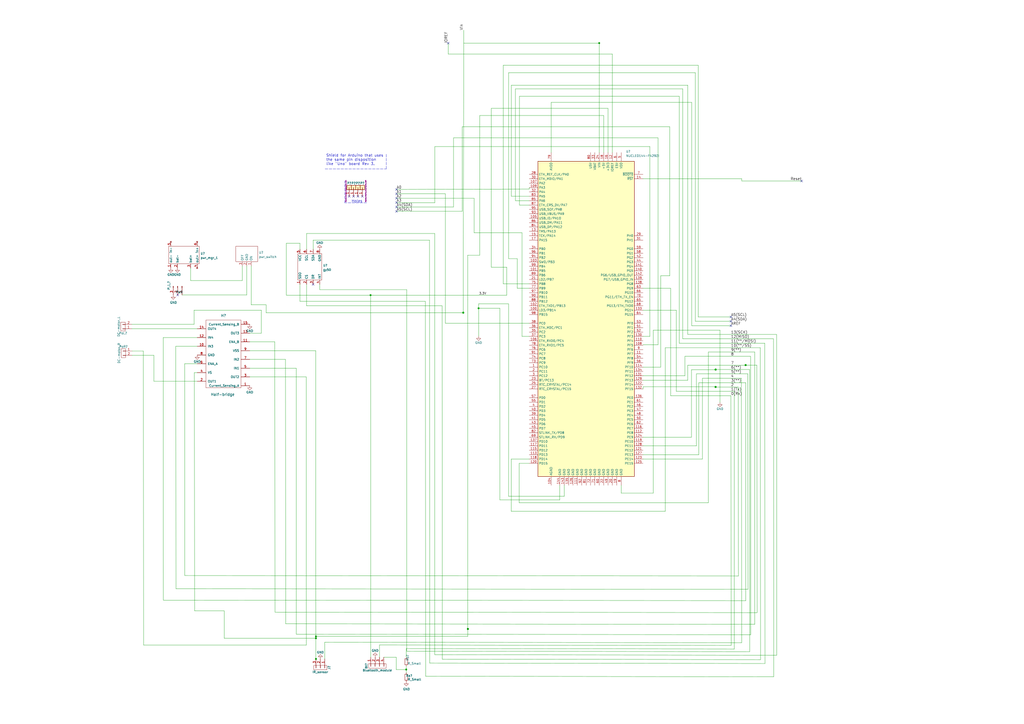
<source format=kicad_sch>
(kicad_sch (version 20211123) (generator eeschema)
  (paper "A2")
  (lib_symbols
    (symbol "Connector:Conn_01x03_Male" (pin_names (offset 1.016) hide)
      (property "Reference" "P_i_3" (at -4.7752 -3.9116 0))
      (property "Value" "PWR" (at 3.4544 3.048 90))
      (symbol "Conn_01x03_Male_1_1"
        (polyline (pts (xy 1.27 -2.54) (xy 0.8636 -2.54)) (stroke (width 0.1524)))
        (polyline (pts (xy 1.27 0) (xy 0.8636 0)) (stroke (width 0.1524)))
        (polyline (pts (xy 1.27 2.54) (xy 0.8636 2.54)) (stroke (width 0.1524)))
        (rectangle (start 0.8636 -2.413) (end 0 -2.667) (stroke (width 0.1524)) (fill (type outline)))
        (rectangle (start 0.8636 0.127) (end 0 -0.127) (stroke (width 0.1524)) (fill (type outline)))
        (rectangle (start 0.8636 2.667) (end 0 2.413) (stroke (width 0.1524)) (fill (type outline)))
        (pin passive line (at 5.08 2.54 180) (length 3.81) (name "Pin_1") (number "1"))
        (pin passive line (at 5.08 0 180) (length 3.81) (name "Pin_2") (number "2"))
        (pin bidirectional line (at 5.08 -2.54 180) (length 3.81) (name "Pin_3") (number "3"))
      )
    )
    (symbol "Connector_Generic:Conn_01x01" (pin_names (offset 1.016) hide)
      (property "Reference" "J" (at 0 2.54 0))
      (property "Value" "Conn_01x01" (at 0 -2.54 0))
      (symbol "Conn_01x01_1_1"
        (rectangle (start -1.27 0.127) (end 0 -0.127) (stroke (width 0.1524)))
        (rectangle (start -1.27 1.27) (end 1.27 -1.27) (stroke (width 0.254)) (fill (type background)))
        (pin passive line (at -5.08 0 0) (length 3.81) (name "Pin_1") (number "1"))
      )
    )
    (symbol "MCU_Module:NUCLEO144-F429ZI"
      (property "Reference" "U" (at -22.86 94.615 0))
      (property "Value" "NUCLEO144-F429ZI" (at -22.86 92.71 0))
      (symbol "NUCLEO144-F429ZI_0_1"
        (rectangle (start -27.94 -91.44) (end 27.94 91.44) (stroke (width 0.254)) (fill (type background)))
      )
      (symbol "NUCLEO144-F429ZI_1_1"
        (pin bidirectional line (at 33.02 -27.94 180) (length 5.08) (name "PC10") (number "1"))
        (pin no_connect line (at -33.02 55.88 0) (length 5.08) hide (name "NC") (number "10"))
        (pin bidirectional line (at 33.02 5.08 180) (length 5.08) (name "LD3/PB14") (number "100"))
        (pin bidirectional line (at 33.02 27.94 180) (length 5.08) (name "PB5") (number "101"))
        (pin bidirectional line (at 33.02 7.62 180) (length 5.08) (name "ETH_TXD1/PB13") (number "102"))
        (pin bidirectional line (at 33.02 33.02 180) (length 5.08) (name "SWO/PB3") (number "103"))
        (pin power_in line (at 20.32 -96.52 90) (length 5.08) (name "AGND") (number "104"))
        (pin bidirectional line (at 33.02 58.42 180) (length 5.08) (name "USB_ID/PA10") (number "105"))
        (pin bidirectional line (at 33.02 -12.7 180) (length 5.08) (name "ETH_RXD0/PC4") (number "106"))
        (pin bidirectional line (at 33.02 78.74 180) (length 5.08) (name "PA2") (number "107"))
        (pin bidirectional line (at -33.02 -15.24 0) (length 5.08) (name "PF5") (number "108"))
        (pin bidirectional line (at 33.02 76.2 180) (length 5.08) (name "PA3") (number "109"))
        (pin bidirectional line (at -33.02 -20.32 0) (length 5.08) (name "PF7") (number "11"))
        (pin bidirectional line (at -33.02 -12.7 0) (length 5.08) (name "PF4") (number "110"))
        (pin power_in line (at 5.08 -96.52 90) (length 5.08) (name "GND") (number "111"))
        (pin bidirectional line (at -33.02 -66.04 0) (length 5.08) (name "PE8") (number "112"))
        (pin bidirectional line (at 33.02 -78.74 180) (length 5.08) (name "PD13") (number "113"))
        (pin bidirectional line (at -33.02 -27.94 0) (length 5.08) (name "PF10") (number "114"))
        (pin bidirectional line (at 33.02 -76.2 180) (length 5.08) (name "PD12") (number "115"))
        (pin bidirectional line (at -33.02 -63.5 0) (length 5.08) (name "PE7") (number "116"))
        (pin bidirectional line (at 33.02 -73.66 180) (length 5.08) (name "PD11") (number "117"))
        (pin bidirectional line (at 33.02 -81.28 180) (length 5.08) (name "PD14") (number "118"))
        (pin bidirectional line (at -33.02 -71.12 0) (length 5.08) (name "PE10") (number "119"))
        (pin power_in line (at -15.24 96.52 270) (length 5.08) (name "IOREF") (number "12"))
        (pin bidirectional line (at 33.02 -83.82 180) (length 5.08) (name "PD15") (number "120"))
        (pin bidirectional line (at -33.02 -76.2 0) (length 5.08) (name "PE12") (number "121"))
        (pin bidirectional line (at -33.02 -38.1 0) (length 5.08) (name "PF14") (number "122"))
        (pin bidirectional line (at -33.02 -81.28 0) (length 5.08) (name "PE14") (number "123"))
        (pin bidirectional line (at -33.02 -68.58 0) (length 5.08) (name "PE9") (number "124"))
        (pin bidirectional line (at -33.02 -83.82 0) (length 5.08) (name "PE15") (number "125"))
        (pin power_in line (at 7.62 -96.52 90) (length 5.08) (name "GND") (number "126"))
        (pin bidirectional line (at -33.02 -78.74 0) (length 5.08) (name "PE13") (number "127"))
        (pin bidirectional line (at -33.02 -73.66 0) (length 5.08) (name "PE11") (number "128"))
        (pin bidirectional line (at -33.02 -35.56 0) (length 5.08) (name "PF13") (number "129"))
        (pin bidirectional line (at 33.02 50.8 180) (length 5.08) (name "TMS/PA13") (number "13"))
        (pin bidirectional line (at -33.02 -10.16 0) (length 5.08) (name "PF3") (number "130"))
        (pin bidirectional line (at -33.02 -33.02 0) (length 5.08) (name "PF12") (number "131"))
        (pin bidirectional line (at -33.02 -40.64 0) (length 5.08) (name "PF15") (number "132"))
        (pin bidirectional line (at -33.02 5.08 0) (length 5.08) (name "PG14") (number "133"))
        (pin bidirectional line (at -33.02 -30.48 0) (length 5.08) (name "PF11") (number "134"))
        (pin power_in line (at 10.16 -96.52 90) (length 5.08) (name "GND") (number "135"))
        (pin bidirectional line (at -33.02 -45.72 0) (length 5.08) (name "PE0") (number "136"))
        (pin bidirectional line (at 33.02 -71.12 180) (length 5.08) (name "PD10") (number "137"))
        (pin bidirectional line (at -33.02 20.32 0) (length 5.08) (name "PG8") (number "138"))
        (pin bidirectional line (at -33.02 22.86 0) (length 5.08) (name "PG7/USB_GPIO_IN") (number "139"))
        (pin input line (at -33.02 81.28 0) (length 5.08) (name "~{RST}") (number "14"))
        (pin bidirectional line (at -33.02 27.94 0) (length 5.08) (name "PG5") (number "140"))
        (pin bidirectional line (at -33.02 30.48 0) (length 5.08) (name "PG4") (number "141"))
        (pin bidirectional line (at -33.02 25.4 0) (length 5.08) (name "PG6/USB_GPIO_OUT") (number "142"))
        (pin power_in line (at 12.7 -96.52 90) (length 5.08) (name "GND") (number "143"))
        (pin power_in line (at 15.24 -96.52 90) (length 5.08) (name "GND") (number "144"))
        (pin bidirectional line (at 33.02 48.26 180) (length 5.08) (name "TCK/PA14") (number "15"))
        (pin power_in line (at -12.7 96.52 270) (length 5.08) (name "+3V3") (number "16"))
        (pin bidirectional line (at 33.02 45.72 180) (length 5.08) (name "PA15") (number "17"))
        (pin power_in line (at -10.16 96.52 270) (length 5.08) (name "+5V") (number "18"))
        (pin power_in line (at -17.78 -96.52 90) (length 5.08) (name "GND") (number "19"))
        (pin bidirectional line (at 33.02 -30.48 180) (length 5.08) (name "PC11") (number "2"))
        (pin power_in line (at -15.24 -96.52 90) (length 5.08) (name "GND") (number "20"))
        (pin bidirectional line (at 33.02 22.86 180) (length 5.08) (name "LD2/PB7") (number "21"))
        (pin power_in line (at -10.16 -96.52 90) (length 5.08) (name "GND") (number "22"))
        (pin bidirectional line (at 33.02 -35.56 180) (length 5.08) (name "BT/PC13") (number "23"))
        (pin power_in line (at -7.62 96.52 270) (length 5.08) (name "VIN") (number "24"))
        (pin bidirectional line (at 33.02 -38.1 180) (length 5.08) (name "RTC_CRYSTAL/PC14") (number "25"))
        (pin no_connect line (at -33.02 58.42 0) (length 5.08) hide (name "NC") (number "26"))
        (pin bidirectional line (at 33.02 -40.64 180) (length 5.08) (name "RTC_CRYSTAL/PC15") (number "27"))
        (pin bidirectional line (at 33.02 83.82 180) (length 5.08) (name "ETH_REF_CLK/PA0") (number "28"))
        (pin bidirectional line (at -33.02 48.26 0) (length 5.08) (name "PH0") (number "29"))
        (pin bidirectional line (at 33.02 -33.02 180) (length 5.08) (name "PC12") (number "3"))
        (pin bidirectional line (at 33.02 81.28 180) (length 5.08) (name "ETH_MDIO/PA1") (number "30"))
        (pin bidirectional line (at -33.02 45.72 0) (length 5.08) (name "PH1") (number "31"))
        (pin bidirectional line (at 33.02 73.66 180) (length 5.08) (name "PA4") (number "32"))
        (pin power_in line (at -5.08 96.52 270) (length 5.08) (name "VBAT") (number "33"))
        (pin bidirectional line (at 33.02 40.64 180) (length 5.08) (name "PB0") (number "34"))
        (pin bidirectional line (at 33.02 -7.62 180) (length 5.08) (name "PC2") (number "35"))
        (pin bidirectional line (at 33.02 -5.08 180) (length 5.08) (name "ETH_MDC/PC1") (number "36"))
        (pin bidirectional line (at 33.02 -10.16 180) (length 5.08) (name "PC3") (number "37"))
        (pin bidirectional line (at 33.02 -2.54 180) (length 5.08) (name "PC0") (number "38"))
        (pin bidirectional line (at 33.02 -55.88 180) (length 5.08) (name "PD4") (number "39"))
        (pin bidirectional line (at 33.02 -50.8 180) (length 5.08) (name "PD2") (number "4"))
        (pin bidirectional line (at 33.02 -53.34 180) (length 5.08) (name "PD3") (number "40"))
        (pin bidirectional line (at 33.02 -58.42 180) (length 5.08) (name "PD5") (number "41"))
        (pin bidirectional line (at -33.02 35.56 0) (length 5.08) (name "PG2") (number "42"))
        (pin bidirectional line (at 33.02 -60.96 180) (length 5.08) (name "PD6") (number "43"))
        (pin bidirectional line (at -33.02 33.02 0) (length 5.08) (name "PG3") (number "44"))
        (pin bidirectional line (at 33.02 -63.5 180) (length 5.08) (name "PD7") (number "45"))
        (pin bidirectional line (at -33.02 -50.8 0) (length 5.08) (name "PE2") (number "46"))
        (pin bidirectional line (at -33.02 -53.34 0) (length 5.08) (name "PE3") (number "47"))
        (pin bidirectional line (at -33.02 -55.88 0) (length 5.08) (name "PE4") (number "48"))
        (pin power_in line (at -12.7 -96.52 90) (length 5.08) (name "GND") (number "49"))
        (pin power_in line (at -20.32 96.52 270) (length 5.08) (name "VDD") (number "5"))
        (pin bidirectional line (at -33.02 -58.42 0) (length 5.08) (name "PE5") (number "50"))
        (pin bidirectional line (at -33.02 -5.08 0) (length 5.08) (name "PF1") (number "51"))
        (pin bidirectional line (at -33.02 -7.62 0) (length 5.08) (name "PF2") (number "52"))
        (pin bidirectional line (at -33.02 -2.54 0) (length 5.08) (name "PF0") (number "53"))
        (pin bidirectional line (at -33.02 -22.86 0) (length 5.08) (name "PF8") (number "54"))
        (pin bidirectional line (at 33.02 -48.26 180) (length 5.08) (name "PD1") (number "55"))
        (pin bidirectional line (at -33.02 -25.4 0) (length 5.08) (name "PF9") (number "56"))
        (pin bidirectional line (at 33.02 -45.72 180) (length 5.08) (name "PD0") (number "57"))
        (pin bidirectional line (at -33.02 38.1 0) (length 5.08) (name "PG1") (number "58"))
        (pin bidirectional line (at -33.02 40.64 0) (length 5.08) (name "PG0") (number "59"))
        (pin power_in line (at -17.78 96.52 270) (length 5.08) (name "E5V") (number "6"))
        (pin power_in line (at -7.62 -96.52 90) (length 5.08) (name "GND") (number "60"))
        (pin bidirectional line (at -33.02 -48.26 0) (length 5.08) (name "PE1") (number "61"))
        (pin bidirectional line (at -33.02 -60.96 0) (length 5.08) (name "PE6") (number "62"))
        (pin bidirectional line (at -33.02 17.78 0) (length 5.08) (name "PG9") (number "63"))
        (pin bidirectional line (at -33.02 2.54 0) (length 5.08) (name "PG15") (number "64"))
        (pin bidirectional line (at -33.02 10.16 0) (length 5.08) (name "PG12") (number "65"))
        (pin bidirectional line (at -33.02 15.24 0) (length 5.08) (name "PG10") (number "66"))
        (pin no_connect line (at -33.02 53.34 0) (length 5.08) hide (name "NC") (number "67"))
        (pin bidirectional line (at -33.02 7.62 0) (length 5.08) (name "PG13/ETH_TXD0") (number "68"))
        (pin bidirectional line (at 33.02 -68.58 180) (length 5.08) (name "STLINK_RX/PD9") (number "69"))
        (pin input line (at -33.02 83.82 0) (length 5.08) (name "~{BOOT0}") (number "7"))
        (pin bidirectional line (at -33.02 12.7 0) (length 5.08) (name "PG11/ETH_TX_EN") (number "70"))
        (pin power_in line (at -5.08 -96.52 90) (length 5.08) (name "GND") (number "71"))
        (pin power_in line (at -2.54 -96.52 90) (length 5.08) (name "GND") (number "72"))
        (pin bidirectional line (at 33.02 -25.4 180) (length 5.08) (name "PC9") (number "73"))
        (pin bidirectional line (at 33.02 -22.86 180) (length 5.08) (name "PC8") (number "74"))
        (pin bidirectional line (at 33.02 20.32 180) (length 5.08) (name "PB8") (number "75"))
        (pin bidirectional line (at 33.02 -17.78 180) (length 5.08) (name "PC6") (number "76"))
        (pin bidirectional line (at 33.02 17.78 180) (length 5.08) (name "PB9") (number "77"))
        (pin bidirectional line (at 33.02 -15.24 180) (length 5.08) (name "ETH_RXD1/PC5") (number "78"))
        (pin power_in line (at 20.32 96.52 270) (length 5.08) (name "AVDD") (number "79"))
        (pin power_in line (at -20.32 -96.52 90) (length 5.08) (name "GND") (number "8"))
        (pin power_in line (at -2.54 96.52 270) (length 5.08) (name "U5V") (number "80"))
        (pin power_in line (at 0 -96.52 90) (length 5.08) (name "GND") (number "81"))
        (pin bidirectional line (at 33.02 -66.04 180) (length 5.08) (name "STLINK_TX/PD8") (number "82"))
        (pin bidirectional line (at 33.02 71.12 180) (length 5.08) (name "PA5") (number "83"))
        (pin bidirectional line (at 33.02 53.34 180) (length 5.08) (name "USB_DP/PA12") (number "84"))
        (pin bidirectional line (at 33.02 68.58 180) (length 5.08) (name "PA6") (number "85"))
        (pin bidirectional line (at 33.02 55.88 180) (length 5.08) (name "USB_DM/PA11") (number "86"))
        (pin bidirectional line (at 33.02 66.04 180) (length 5.08) (name "ETH_CRS_DV/PA7") (number "87"))
        (pin bidirectional line (at 33.02 10.16 180) (length 5.08) (name "PB12") (number "88"))
        (pin bidirectional line (at 33.02 25.4 180) (length 5.08) (name "PB6") (number "89"))
        (pin bidirectional line (at -33.02 -17.78 0) (length 5.08) (name "PF6") (number "9"))
        (pin bidirectional line (at 33.02 12.7 180) (length 5.08) (name "PB11") (number "90"))
        (pin bidirectional line (at 33.02 -20.32 180) (length 5.08) (name "PC7") (number "91"))
        (pin power_in line (at 2.54 -96.52 90) (length 5.08) (name "GND") (number "92"))
        (pin bidirectional line (at 33.02 60.96 180) (length 5.08) (name "USB_VBUS/PA9") (number "93"))
        (pin bidirectional line (at 33.02 35.56 180) (length 5.08) (name "PB2") (number "94"))
        (pin bidirectional line (at 33.02 63.5 180) (length 5.08) (name "USB_SOF/PA8") (number "95"))
        (pin bidirectional line (at 33.02 38.1 180) (length 5.08) (name "PB1") (number "96"))
        (pin bidirectional line (at 33.02 15.24 180) (length 5.08) (name "PB10") (number "97"))
        (pin bidirectional line (at 33.02 2.54 180) (length 5.08) (name "PB15") (number "98"))
        (pin bidirectional line (at 33.02 30.48 180) (length 5.08) (name "PB4") (number "99"))
      )
    )
    (symbol "ardu_auto2_0-rescue:CONN_01X02-Arduino_shield-rescue" (pin_names (offset 1.016) hide)
      (property "Reference" "J" (at 0 3.81 0))
      (property "Value" "CONN_01X02-Arduino_shield-rescue" (at 2.54 0 90))
      (symbol "CONN_01X02-Arduino_shield-rescue_0_1"
        (rectangle (start -1.27 -1.143) (end 0.254 -1.397))
        (rectangle (start -1.27 1.397) (end 0.254 1.143))
        (rectangle (start -1.27 2.54) (end 1.27 -2.54))
      )
      (symbol "CONN_01X02-Arduino_shield-rescue_1_1"
        (pin passive line (at -5.08 1.27 0) (length 3.81) (name "P1") (number "1"))
        (pin passive line (at -5.08 -1.27 0) (length 3.81) (name "P2") (number "2"))
      )
    )
    (symbol "ardu_auto2_0-rescue:CONN_01X03-Arduino_shield-rescue" (pin_names (offset 1.016) hide)
      (property "Reference" "J" (at 0 5.08 0))
      (property "Value" "CONN_01X03-Arduino_shield-rescue" (at 2.54 0 90))
      (symbol "CONN_01X03-Arduino_shield-rescue_0_1"
        (rectangle (start -1.27 -2.413) (end 0.254 -2.667))
        (rectangle (start -1.27 0.127) (end 0.254 -0.127))
        (rectangle (start -1.27 2.667) (end 0.254 2.413))
        (rectangle (start -1.27 3.81) (end 1.27 -3.81))
      )
      (symbol "CONN_01X03-Arduino_shield-rescue_1_1"
        (pin passive line (at -5.08 2.54 0) (length 3.81) (name "P1") (number "1"))
        (pin passive line (at -5.08 0 0) (length 3.81) (name "P2") (number "2"))
        (pin passive line (at -5.08 -2.54 0) (length 3.81) (name "P3") (number "3"))
      )
    )
    (symbol "ardu_auto2_0-rescue:CONN_01X04-Arduino_shield-rescue" (pin_names (offset 1.016) hide)
      (property "Reference" "J" (at 0 6.35 0))
      (property "Value" "CONN_01X04-Arduino_shield-rescue" (at 2.54 0 90))
      (symbol "CONN_01X04-Arduino_shield-rescue_0_1"
        (rectangle (start -1.27 -3.683) (end 0.254 -3.937))
        (rectangle (start -1.27 -1.143) (end 0.254 -1.397))
        (rectangle (start -1.27 1.397) (end 0.254 1.143))
        (rectangle (start -1.27 3.937) (end 0.254 3.683))
        (rectangle (start -1.27 5.08) (end 1.27 -5.08))
      )
      (symbol "CONN_01X04-Arduino_shield-rescue_1_1"
        (pin passive line (at -5.08 3.81 0) (length 3.81) (name "P1") (number "1"))
        (pin passive line (at -5.08 1.27 0) (length 3.81) (name "P2") (number "2"))
        (pin passive line (at -5.08 -1.27 0) (length 3.81) (name "P3") (number "3"))
        (pin passive line (at -5.08 -3.81 0) (length 3.81) (name "P4") (number "4"))
      )
    )
    (symbol "ardu_auto2_0-rescue:GND-Arduino_shield-rescue" (power) (pin_names (offset 0))
      (property "Value" "GND-Arduino_shield-rescue" (at 0 -3.81 0))
      (symbol "GND-Arduino_shield-rescue_0_1"
        (polyline (pts (xy 0 0) (xy 0 -1.27) (xy 1.27 -1.27) (xy 0 -2.54) (xy -1.27 -1.27) (xy 0 -1.27)))
      )
      (symbol "GND-Arduino_shield-rescue_1_1"
        (pin power_in line (at 0 0 270) (length 0) hide (name "GND") (number "1"))
      )
    )
    (symbol "ardu_auto2_0-rescue:Half-bridge-Arduino_shield-rescue" (pin_names (offset 1.016))
      (property "Reference" "U" (at -15.24 40.64 0))
      (property "Value" "Half-bridge-Arduino_shield-rescue" (at -13.97 -5.08 0))
      (symbol "Half-bridge-Arduino_shield-rescue_0_1"
        (rectangle (start -25.4 38.1) (end -5.08 -1.27))
      )
      (symbol "Half-bridge-Arduino_shield-rescue_1_1"
        (pin input line (at 0 0 180) (length 5.08) (name "Current_Sensing_A") (number "1"))
        (pin input line (at -30.48 22.86 0) (length 5.08) (name "IN3") (number "10"))
        (pin input line (at 0 25.4 180) (length 5.08) (name "ENA_B") (number "11"))
        (pin input line (at -30.48 27.94 0) (length 5.08) (name "IN4") (number "12"))
        (pin input line (at 0 30.48 180) (length 5.08) (name "OUT3") (number "13"))
        (pin input line (at -30.48 33.02 0) (length 5.08) (name "OUT4") (number "14"))
        (pin input line (at 0 35.56 180) (length 5.08) (name "Current_Sensing_B") (number "15"))
        (pin input line (at -30.48 2.54 0) (length 5.08) (name "OUT1") (number "2"))
        (pin input line (at 0 5.08 180) (length 5.08) (name "OUT2") (number "3"))
        (pin input line (at -30.48 7.62 0) (length 5.08) (name "VS") (number "4"))
        (pin input line (at 0 10.16 180) (length 5.08) (name "IN1") (number "5"))
        (pin input line (at -30.48 12.7 0) (length 5.08) (name "ENA_A") (number "6"))
        (pin input line (at 0 15.24 180) (length 5.08) (name "IN2") (number "7"))
        (pin input line (at -30.48 17.78 0) (length 5.08) (name "GND") (number "8"))
        (pin input line (at 0 20.32 180) (length 5.08) (name "VSS") (number "9"))
      )
    )
    (symbol "ardu_auto2_0-rescue:R_Small-Arduino_shield-rescue" (pin_numbers hide) (pin_names (offset 0.254) hide)
      (property "Reference" "R" (at 0.762 0.508 0))
      (property "Value" "R_Small-Arduino_shield-rescue" (at 0.762 -1.016 0))
      (symbol "R_Small-Arduino_shield-rescue_0_1"
        (rectangle (start -0.762 1.778) (end 0.762 -1.778) (stroke (width 0.2032)))
      )
      (symbol "R_Small-Arduino_shield-rescue_1_1"
        (pin passive line (at 0 2.54 270) (length 0.762) (name "~") (number "1"))
        (pin passive line (at 0 -2.54 90) (length 0.762) (name "~") (number "2"))
      )
    )
    (symbol "power:GND" (power) (pin_names (offset 0))
      (property "Value" "GND" (at 0 -3.81 0))
      (symbol "GND_0_1"
        (polyline (pts (xy 0 0) (xy 0 -1.27) (xy 1.27 -1.27) (xy 0 -2.54) (xy -1.27 -1.27) (xy 0 -1.27)))
      )
      (symbol "GND_1_1"
        (pin power_in line (at 0 0 270) (length 0) hide (name "GND") (number "1"))
      )
    )
    (symbol "pwr_mgr:gy50"
      (property "Reference" "U3" (at 13.335 10.9947 0))
      (property "Value" "gy50" (at 13.335 8.4578 0))
      (symbol "gy50_0_1"
        (rectangle (start -1.27 17.78) (end 12.7 2.54))
      )
      (symbol "gy50_1_1"
        (pin output line (at 0 0 90) (length 2.54) (name "SDO") (number "1"))
        (pin output line (at 3.81 0 90) (length 2.54) (name "CS") (number "2"))
        (pin output line (at 7.62 0 90) (length 2.54) (name "DR") (number "3"))
        (pin output line (at 11.43 0 90) (length 2.54) (name "INT") (number "4"))
        (pin input line (at 0 20.32 270) (length 2.54) (name "VCC") (number "5"))
        (pin input line (at 3.81 20.32 270) (length 2.54) (name "SCL") (number "6"))
        (pin bidirectional line (at 7.62 20.32 270) (length 2.54) (name "SDA") (number "7"))
        (pin bidirectional line (at 11.43 20.32 270) (length 2.54) (name "GND") (number "8"))
      )
    )
    (symbol "pwr_mgr:pwr_mgr_1"
      (property "Reference" "U1" (at 17.145 8.4547 0))
      (property "Value" "pwr_mgr_1" (at 17.145 5.9178 0))
      (symbol "pwr_mgr_1_0_1"
        (rectangle (start -1.27 12.7) (end 16.51 2.54))
      )
      (symbol "pwr_mgr_1_1_1"
        (pin bidirectional line (at 0 0 90) (length 2.54) (name "out-") (number "1"))
        (pin power_out line (at 3.81 0 90) (length 2.54) (name "bat-") (number "2"))
        (pin output line (at 11.43 0 90) (length 2.54) (name "bat+") (number "3"))
        (pin no_connect line (at 15.24 0 90) (length 2.54) (name "out+") (number "4"))
        (pin no_connect line (at 0 15.24 270) (length 2.54) (name "in-") (number "5"))
        (pin no_connect line (at 15.24 15.24 270) (length 2.54) (name "in+") (number "6"))
      )
    )
    (symbol "pwr_mgr:pwr_switch"
      (property "Reference" "U" (at 0 -10.16 0))
      (property "Value" "pwr_switch" (at 0 -7.62 0))
      (symbol "pwr_switch_0_1"
        (rectangle (start -6.35 -2.54) (end 6.35 -11.43))
      )
      (symbol "pwr_switch_1_1"
        (pin input line (at -2.54 0 270) (length 2.54) (name "ON") (number "1"))
        (pin input line (at 0 0 270) (length 2.54) (name "GND") (number "2"))
        (pin input line (at 2.54 0 270) (length 2.54) (name "OFF") (number "3"))
      )
    )
  )
  (junction (at 271.3692 364.832))
  (junction (at 415.115 214.425))
  (junction (at 235.6568 388.3778))
  (junction (at 432.5394 211.7796))
  (junction (at 183.2566 369.15))
  (junction (at 183.282 382.2056))
  (junction (at 183.2566 370.2422))
  (junction (at 415.115 224.505))
  (junction (at 415.115 224.425))
  (junction (at 268.7276 181.4186))
  (junction (at 432.5394 211.805))
  (junction (at 415.115 214.345))
  (junction (at 271.42 364.832))
  (junction (at 347.6 25))
  (junction (at 268.7276 181.3678))
  (junction (at 214.9558 171.2078))
  (junction (at 277.6176 178.8278))
  (no_connect (at 230 120.08))
  (no_connect (at 202.54 113.89))
  (no_connect (at 230 112.46))
  (no_connect (at 230 115))
  (no_connect (at 230 122.62))
  (no_connect (at 260 25))
  (no_connect (at 181.631 164.9594))
  (no_connect (at 230 117.54))
  (no_connect (at 210.16 113.89))
  (no_connect (at 424.005 183.865))
  (no_connect (at 424.005 188.945))
  (no_connect (at 424.005 186.405))
  (no_connect (at 207.62 113.89))
  (no_connect (at 103.0434 171.1062))
  (no_connect (at 205.08 113.89))
  (no_connect (at 230 109.92))
  (no_connect (at 465 105))
  (wire (pts (xy 252.2684 379.7926) (xy 252.1668 135.4446)))
  (wire (pts (xy 373.02 103.72) (xy 430.3425 103.72)))
  (wire (pts (xy 443.7662 384.8958) (xy 249.2458 384.6186)))
  (wire (pts (xy 433.8094 216.885) (xy 433.911 341.8428)))
  (wire (pts (xy 258.3903 112.46) (xy 258.3903 187.54)))
  (polyline (pts (xy 212.7 117.7) (xy 200 117.7)))
  (wire (pts (xy 397.3297 206.725) (xy 435.3842 206.725)))
  (wire (pts (xy 107.082 211.035) (xy 114.3972 211.035)))
  (wire (pts (xy 188.362 372.5536) (xy 430.2026 372.8308)))
  (wire (pts (xy 295 287.9329) (xy 295 176.2878)))
  (wire (pts (xy 181.631 139.28) (xy 181.631 144.6394)))
  (wire (pts (xy 299.005 116.42) (xy 306.98 116.42)))
  (wire (pts (xy 410.9468 204.185) (xy 410.9468 291.5918)))
  (wire (pts (xy 107.082 211.035) (xy 107.1836 333.844)))
  (wire (pts (xy 151.6336 179.8946) (xy 112.5684 179.8946)))
  (wire (pts (xy 403.3904 42.1496) (xy 295 42.1496)))
  (wire (pts (xy 295 42.1496) (xy 295 150)))
  (wire (pts (xy 76.6528 203.6182) (xy 83.1806 203.6182)))
  (wire (pts (xy 174.011 174.84) (xy 174.011 164.9594)))
  (wire (pts (xy 144.8772 203.415) (xy 183.155 203.415)))
  (wire (pts (xy 407.4877 219.425) (xy 407.4877 266.28)))
  (wire (pts (xy 397.3297 206.725) (xy 397.3297 218.02)))
  (wire (pts (xy 435.4858 368.1572) (xy 171.9028 367.88)))
  (wire (pts (xy 177.821 135.4446) (xy 177.821 144.6394)))
  (wire (pts (xy 154.3514 176.8212) (xy 154.3514 181.4186)))
  (wire (pts (xy 183.2566 370.2422) (xy 183.2566 382.2056)))
  (wire (pts (xy 107.1836 333.844) (xy 428.3738 334.1212)))
  (wire (pts (xy 130.0436 354.3672) (xy 130.0436 370.2422)))
  (wire (pts (xy 385.9676 296.6273) (xy 296.5652 296.6273)))
  (wire (pts (xy 249.2458 384.6186) (xy 249.1442 139.28)))
  (wire (pts (xy 277.6176 178.8278) (xy 290 178.8278)))
  (wire (pts (xy 389.005 229.585) (xy 424.005 229.585)))
  (wire (pts (xy 396.0889 51.5823) (xy 299.005 51.5823)))
  (wire (pts (xy 430.2026 372.8308) (xy 430.101 219.425)))
  (wire (pts (xy 277.6176 176.2878) (xy 295 176.2878)))
  (wire (pts (xy 230 117.54) (xy 252.282 117.54)))
  (wire (pts (xy 151.6336 193.255) (xy 151.6336 179.8946)))
  (wire (pts (xy 430.3425 103.72) (xy 430.3425 105)))
  (wire (pts (xy 405.4132 221.965) (xy 405.4132 263.74)))
  (wire (pts (xy 415.115 214.425) (xy 401.121 214.425)))
  (wire (pts (xy 235.6568 386.422) (xy 235.6568 388.3778)))
  (wire (pts (xy 185.822 382.2056) (xy 185.8474 382.2056)))
  (wire (pts (xy 448.7954 392.5666) (xy 246.8836 392.2894)))
  (wire (pts (xy 383.2433 212.94) (xy 383.2433 160)))
  (wire (pts (xy 373.02 224.425) (xy 373.02 225.64)))
  (wire (pts (xy 410.9468 291.5918) (xy 301.1152 291.5918)))
  (wire (pts (xy 112.8732 354.3672) (xy 130.0436 354.3672)))
  (wire (pts (xy 183.2566 369.15) (xy 183.2566 370.2422)))
  (wire (pts (xy 403.3904 186.405) (xy 424.005 186.405)))
  (wire (pts (xy 291.9313 37.8739) (xy 291.9313 164.68)))
  (wire (pts (xy 432.5648 221.965) (xy 432.6664 348.396)))
  (wire (pts (xy 401.121 253.58) (xy 373.02 253.58)))
  (wire (pts (xy 268.7276 181.3678) (xy 268.7276 181.4186)))
  (wire (pts (xy 437.7718 204.185) (xy 437.8734 362.1628)))
  (wire (pts (xy 399.005 220.56) (xy 373.02 220.56)))
  (wire (pts (xy 275 135) (xy 302.8123 135)))
  (wire (pts (xy 145.69 154.2914) (xy 145.69 176.8212)))
  (wire (pts (xy 425.9862 376.4884) (xy 235.6568 376.2112)))
  (wire (pts (xy 405.4132 221.965) (xy 432.5648 221.965)))
  (wire (pts (xy 347.62 88.48) (xy 347.62 25)))
  (wire (pts (xy 389.005 167.22) (xy 373.02 167.22)))
  (wire (pts (xy 405 37.8739) (xy 291.9313 37.8739)))
  (wire (pts (xy 392.3595 227.045) (xy 392.3595 179.92)))
  (wire (pts (xy 425.8846 227.045) (xy 425.9862 376.4884)))
  (wire (pts (xy 76.475 188.175) (xy 112.5684 188.175)))
  (wire (pts (xy 302.8123 135) (xy 302.8123 195.16)))
  (wire (pts (xy 301.34 55.8502) (xy 301.34 118.96)))
  (wire (pts (xy 432.5394 211.805) (xy 432.5394 211.7796)))
  (wire (pts (xy 404.005 216.885) (xy 404.005 258.66)))
  (wire (pts (xy 290 290) (xy 324.76 290)))
  (wire (pts (xy 389.005 229.585) (xy 389.005 167.22)))
  (wire (pts (xy 465 105) (xy 430.3425 105)))
  (wire (pts (xy 294.005 155) (xy 294.005 171.2078)))
  (wire (pts (xy 360.32 286.0084) (xy 360.32 281.52)))
  (wire (pts (xy 294.005 155) (xy 285 155)))
  (wire (pts (xy 373.02 149.425) (xy 373.02 149.44)))
  (wire (pts (xy 291.9313 164.68) (xy 306.98 164.68)))
  (wire (pts (xy 441.0738 201.645) (xy 441.1754 382.6352)))
  (wire (pts (xy 296.5652 266.28) (xy 306.98 266.28)))
  (wire (pts (xy 246.782 174.84) (xy 174.011 174.84)))
  (wire (pts (xy 159.4314 198.335) (xy 144.8772 198.335)))
  (wire (pts (xy 373.02 195.16) (xy 377.0065 195.16)))
  (wire (pts (xy 112.5684 179.8946) (xy 112.5684 188.175)))
  (wire (pts (xy 350.16 66.9955) (xy 350.16 88.48)))
  (wire (pts (xy 230 112.46) (xy 258.3903 112.46)))
  (wire (pts (xy 373.02 212.94) (xy 383.2433 212.94)))
  (wire (pts (xy 301.34 118.96) (xy 306.98 118.96)))
  (wire (pts (xy 327.3 281.52) (xy 327.3 287.9329)))
  (wire (pts (xy 399.005 194.025) (xy 450.4718 194.025)))
  (wire (pts (xy 185.441 167.982) (xy 185.441 164.9594)))
  (wire (pts (xy 392.3595 227.045) (xy 425.8846 227.045)))
  (wire (pts (xy 307.0562 210.3746) (xy 307.0562 210.4254)))
  (wire (pts (xy 435.3842 206.725) (xy 435.4858 368.1572)))
  (wire (pts (xy 415.115 224.425) (xy 373.02 224.425)))
  (wire (pts (xy 183.2566 370.2422) (xy 130.0436 370.2422)))
  (wire (pts (xy 379.005 191.485) (xy 417.655 191.485)))
  (wire (pts (xy 214.9558 171.2078) (xy 215.0574 381.215)))
  (wire (pts (xy 379.005 191.485) (xy 379.005 286.0084)))
  (wire (pts (xy 277.6176 178.8278) (xy 277.6238 195)))
  (wire (pts (xy 415.115 214.345) (xy 434.8 214.345)))
  (wire (pts (xy 301.1152 291.5918) (xy 301.1152 268.82)))
  (wire (pts (xy 102.002 200.875) (xy 114.3972 200.875)))
  (wire (pts (xy 448.6938 196.565) (xy 448.7954 392.5666)))
  (wire (pts (xy 399.005 194.025) (xy 399.005 49.425)))
  (wire (pts (xy 381.7083 200) (xy 381.7083 80)))
  (wire (pts (xy 300 167.22) (xy 306.98 167.22)))
  (wire (pts (xy 220.1374 381.215) (xy 220.1374 374.1284)))
  (wire (pts (xy 145.69 176.8212) (xy 154.3514 176.8212)))
  (wire (pts (xy 278.3099 66.9955) (xy 350.16 66.9955)))
  (wire (pts (xy 417.655 191.485) (xy 417.655 233.395)))
  (polyline (pts (xy 224.13 98.015) (xy 224.13 89.125)))
  (wire (pts (xy 183.2566 382.2056) (xy 183.282 382.2056)))
  (wire (pts (xy 306.98 109.6464) (xy 306.98 108.8)))
  (wire (pts (xy 102.1036 341.5656) (xy 102.002 200.875)))
  (wire (pts (xy 165.7052 361.8856) (xy 165.6036 208.495)))
  (wire (pts (xy 302.8123 195.16) (xy 306.98 195.16)))
  (wire (pts (xy 165.7052 361.8856) (xy 437.8734 362.1628)))
  (wire (pts (xy 114.3972 221.195) (xy 89.302 221.195)))
  (polyline (pts (xy 188.57 98.015) (xy 224.13 98.015)))
  (wire (pts (xy 89.302 221.195) (xy 89.302 206.1582)))
  (wire (pts (xy 373.02 200) (xy 381.7083 200)))
  (wire (pts (xy 392.3595 179.92) (xy 373.02 179.92)))
  (wire (pts (xy 112.7716 216.115) (xy 114.3972 216.115)))
  (wire (pts (xy 410.9468 204.185) (xy 437.7718 204.185)))
  (wire (pts (xy 439.0672 211.7796) (xy 439.1688 355.3556)))
  (wire (pts (xy 230 122.62) (xy 268.0685 122.62)))
  (wire (pts (xy 377.0065 195.16) (xy 377.0065 85)))
  (wire (pts (xy 94.7884 348.1188) (xy 94.6868 195.795)))
  (wire (pts (xy 112.7716 216.115) (xy 112.8732 354.3672)))
  (wire (pts (xy 252.282 85) (xy 252.282 117.54)))
  (wire (pts (xy 355.24 31.35) (xy 355.24 88.48)))
  (wire (pts (xy 450.5734 380.0698) (xy 252.2684 379.7926)))
  (wire (pts (xy 249.1442 139.28) (xy 181.631 139.28)))
  (wire (pts (xy 450.4718 194.025) (xy 450.5734 380.0698)))
  (wire (pts (xy 401.2687 188.945) (xy 401.2687 59.425)))
  (wire (pts (xy 394.005 199.105) (xy 443.6646 199.105)))
  (wire (pts (xy 434.9016 378.0124) (xy 236.0124 377.7352)))
  (wire (pts (xy 319.68 59.425) (xy 319.68 88.48)))
  (wire (pts (xy 443.6646 199.105) (xy 443.7662 384.8958)))
  (wire (pts (xy 383.2433 160) (xy 388.5514 160)))
  (wire (pts (xy 214.9558 171.2078) (xy 294.005 171.2078)))
  (wire (pts (xy 144.8772 218.655) (xy 177.6432 218.655)))
  (wire (pts (xy 76.6528 206.1582) (xy 89.302 206.1582)))
  (wire (pts (xy 396.0889 196.565) (xy 396.0889 51.5823)))
  (wire (pts (xy 271.2676 148.0087) (xy 278.3099 148.0087)))
  (wire (pts (xy 222.6774 381.215) (xy 229.7894 381.215)))
  (wire (pts (xy 296.6518 49.425) (xy 296.6518 113.88)))
  (wire (pts (xy 188.362 372.5536) (xy 188.362 382.2056)))
  (wire (pts (xy 230 109.92) (xy 306.98 109.6464)))
  (wire (pts (xy 396.0889 196.565) (xy 448.6938 196.565)))
  (wire (pts (xy 144.8772 193.255) (xy 151.6336 193.255)))
  (wire (pts (xy 385.9676 201.645) (xy 441.0738 201.645)))
  (wire (pts (xy 177.6432 218.655) (xy 177.7448 374.1792)))
  (wire (pts (xy 235.6568 388.3778) (xy 235.6568 390.3082)))
  (wire (pts (xy 300 150) (xy 300 167.22)))
  (wire (pts (xy 379.005 286.0084) (xy 360.32 286.0084)))
  (wire (pts (xy 263.0764 80) (xy 263.0764 120.08)))
  (wire (pts (xy 352.7 62.8896) (xy 352.7 88.48)))
  (wire (pts (xy 388.5514 160) (xy 388.5514 73.5865)))
  (wire (pts (xy 76.475 190.715) (xy 114.3972 190.715)))
  (wire (pts (xy 230 115) (xy 275 115)))
  (wire (pts (xy 399.005 49.425) (xy 296.6518 49.425)))
  (wire (pts (xy 407.4877 266.28) (xy 373.02 266.28)))
  (wire (pts (xy 171.8012 213.575) (xy 144.8772 213.575)))
  (wire (pts (xy 407.4877 219.425) (xy 430.101 219.425)))
  (wire (pts (xy 236.0124 377.7352) (xy 235.9108 167.982)))
  (wire (pts (xy 271.3692 364.832) (xy 271.2676 173.7478)))
  (wire (pts (xy 256.434 177.4054) (xy 177.821 177.4054)))
  (wire (pts (xy 403.3904 186.405) (xy 403.3904 42.1496)))
  (wire (pts (xy 83.2822 374.1792) (xy 177.7448 374.1792)))
  (wire (pts (xy 324.76 290) (xy 324.76 281.52)))
  (wire (pts (xy 159.533 355.0784) (xy 439.1688 355.3556)))
  (wire (pts (xy 432.5394 211.7796) (xy 439.0672 211.7796)))
  (wire (pts (xy 301.1152 268.82) (xy 306.98 268.82)))
  (wire (pts (xy 166.137 171.2078) (xy 166.137 141.1088)))
  (wire (pts (xy 105.5834 171.1062) (xy 143.15 171.1062)))
  (wire (pts (xy 405 183.865) (xy 405 37.8739)))
  (wire (pts (xy 235.6568 381.342) (xy 235.6568 376.2112)))
  (wire (pts (xy 166.137 171.2078) (xy 214.9558 171.2078)))
  (wire (pts (xy 260 31.35) (xy 355.24 31.35)))
  (wire (pts (xy 271.42 369.15) (xy 271.42 364.832)))
  (wire (pts (xy 143.15 171.1062) (xy 143.15 154.2914)))
  (wire (pts (xy 377.0065 85) (xy 252.282 85)))
  (wire (pts (xy 159.533 355.0784) (xy 159.4314 198.335)))
  (wire (pts (xy 424.1066 374.4056) (xy 424.005 229.585)))
  (wire (pts (xy 110.5364 155.5106) (xy 110.5364 162.7242)))
  (wire (pts (xy 394.005 55.8502) (xy 301.34 55.8502)))
  (wire (pts (xy 399.005 211.805) (xy 399.005 220.56)))
  (wire (pts (xy 246.8836 392.2894) (xy 246.782 174.84)))
  (wire (pts (xy 405.4132 263.74) (xy 373.02 263.74)))
  (wire (pts (xy 388.5514 73.5865) (xy 268.0685 73.5865)))
  (wire (pts (xy 385.9676 201.645) (xy 385.9676 296.6273)))
  (wire (pts (xy 275 115) (xy 275 135)))
  (wire (pts (xy 285 62.8896) (xy 352.7 62.8896)))
  (wire (pts (xy 299.005 51.5823) (xy 299.005 116.42)))
  (wire (pts (xy 230 120.08) (xy 263.0764 120.08)))
  (wire (pts (xy 174.011 141.1088) (xy 174.011 144.6394)))
  (wire (pts (xy 177.821 177.4054) (xy 177.821 164.9594)))
  (wire (pts (xy 327.3 287.9329) (xy 295 287.9329)))
  (wire (pts (xy 268.0685 73.5865) (xy 268.0685 122.62)))
  (wire (pts (xy 415.115 224.505) (xy 428.2722 224.505)))
  (wire (pts (xy 394.005 199.105) (xy 394.005 55.8502)))
  (wire (pts (xy 295 150) (xy 300 150)))
  (wire (pts (xy 94.6868 195.795) (xy 114.3972 195.795)))
  (wire (pts (xy 290 178.8278) (xy 290 290)))
  (wire (pts (xy 285 155) (xy 285 62.8896)))
  (wire (pts (xy 140.61 162.7242) (xy 110.5364 162.7242)))
  (wire (pts (xy 277.6176 176.2878) (xy 277.6176 178.8278)))
  (polyline (pts (xy 200 117.7) (xy 200 105)))
  (wire (pts (xy 271.2676 173.7478) (xy 271.2676 148.0087)))
  (wire (pts (xy 252.1668 135.4446) (xy 177.821 135.4446)))
  (wire (pts (xy 166.137 141.1088) (xy 174.011 141.1088)))
  (wire (pts (xy 397.3297 218.02) (xy 373.02 218.02)))
  (wire (pts (xy 83.1806 203.6182) (xy 83.2822 374.1792)))
  (wire (pts (xy 256.5356 382.358) (xy 256.434 177.4054)))
  (wire (pts (xy 401.2687 188.945) (xy 424.005 188.945)))
  (wire (pts (xy 102.1036 341.5656) (xy 433.911 341.8428)))
  (wire (pts (xy 269 25) (xy 347.6 25)))
  (wire (pts (xy 404.005 258.66) (xy 373.02 258.66)))
  (wire (pts (xy 140.61 154.2914) (xy 140.61 162.7242)))
  (wire (pts (xy 229.7894 388.3778) (xy 229.7894 381.215)))
  (wire (pts (xy 296.6518 113.88) (xy 306.98 113.88)))
  (wire (pts (xy 271.3692 364.832) (xy 271.42 364.832)))
  (wire (pts (xy 405 183.865) (xy 424.005 183.865)))
  (wire (pts (xy 441.1754 382.6352) (xy 256.5356 382.358)))
  (wire (pts (xy 183.2566 369.15) (xy 271.42 369.15)))
  (wire (pts (xy 401.2687 59.425) (xy 319.68 59.425)))
  (wire (pts (xy 165.6036 208.495) (xy 144.8772 208.495)))
  (wire (pts (xy 235.6568 388.3778) (xy 229.7894 388.3778)))
  (wire (pts (xy 171.8012 213.575) (xy 171.9028 367.88)))
  (wire (pts (xy 220.1374 374.1284) (xy 424.1066 374.4056)))
  (wire (pts (xy 404.005 216.885) (xy 433.8094 216.885)))
  (wire (pts (xy 154.3514 181.4186) (xy 268.7276 181.4186)))
  (wire (pts (xy 258.3903 187.54) (xy 306.98 187.54)))
  (wire (pts (xy 94.7884 348.1188) (xy 432.6664 348.396)))
  (wire (pts (xy 401.121 214.425) (xy 401.121 253.58)))
  (wire (pts (xy 278.3099 148.0087) (xy 278.3099 66.9955)))
  (wire (pts (xy 235.9108 167.982) (xy 185.441 167.982)))
  (wire (pts (xy 268.7276 181.3678) (xy 269 17.5)))
  (wire (pts (xy 434.8 214.345) (xy 434.9016 378.0124)))
  (wire (pts (xy 183.155 203.415) (xy 183.2566 369.15)))
  (wire (pts (xy 296.5652 296.6273) (xy 296.5652 266.28)))
  (wire (pts (xy 260 25) (xy 260 31.35)))
  (wire (pts (xy 428.2722 224.505) (xy 428.3738 334.1212)))
  (wire (pts (xy 381.7083 80) (xy 263.0764 80)))
  (wire (pts (xy 399.005 211.805) (xy 432.5394 211.805)))
  (text "Holes" (at 203.81 117.7 0) (effects (font (size 1.524 1.524)) (justify left bottom)))
  (text "Shield for Arduino that uses\nthe same pin disposition\nlike \"Uno\" board Rev 3." (at 189.205 96.11 0) (effects (font (size 1.524 1.524)) (justify left bottom)))
  (label "A1" (at 230 112.46 0) (effects (font (size 1.524 1.524))))
  (label "A3" (at 230 117.54 0) (effects (font (size 1.524 1.524))))
  (label "3.3V" (at 277.8464 171.2078 0))
  (label "Vin" (at 269 17.5 90) (effects (font (size 1.524 1.524))))
  (label "8" (at 424.005 206.725 0) (effects (font (size 1.524 1.524))))
  (label "A4(SDA)" (at 230 120.08 0) (effects (font (size 1.524 1.524))))
  (label "AREF" (at 424.005 188.945 0) (effects (font (size 1.524 1.524))))
  (label "3(**)" (at 424.005 221.965 0) (effects (font (size 1.524 1.524))))
  (label "1(Tx)" (at 424.005 227.045 0) (effects (font (size 1.524 1.524))))
  (label "13(SCK)" (at 424.005 194.025 0) (effects (font (size 1.524 1.524))))
  (label "7" (at 424.005 211.805 0) (effects (font (size 1.524 1.524))))
  (label "IOREF" (at 260 25 90) (effects (font (size 1.524 1.524))))
  (label "A4(SDA)" (at 424.005 186.405 0) (effects (font (size 1.524 1.524))))
  (label "9(**)" (at 424.005 204.185 0) (effects (font (size 1.524 1.524))))
  (label "10(**/SS)" (at 424.005 201.645 0) (effects (font (size 1.524 1.524))))
  (label "4" (at 424.005 219.425 0) (effects (font (size 1.524 1.524))))
  (label "A2" (at 230 115 0) (effects (font (size 1.524 1.524))))
  (label "5(**)" (at 424.005 216.885 0) (effects (font (size 1.524 1.524))))
  (label "2" (at 424.005 224.505 0) (effects (font (size 1.524 1.524))))
  (label "A5(SCL)" (at 230 122.62 0) (effects (font (size 1.524 1.524))))
  (label "11(**/MOSI)" (at 424.005 199.105 0) (effects (font (size 1.524 1.524))))
  (label "Reset" (at 465 105 180) (effects (font (size 1.524 1.524))))
  (label "6(**)" (at 424.005 214.345 0) (effects (font (size 1.524 1.524))))
  (label "A5(SCL)" (at 424.005 183.865 0) (effects (font (size 1.524 1.524))))
  (label "A0" (at 230 109.92 0) (effects (font (size 1.524 1.524))))
  (label "0(Rx)" (at 424.005 229.585 0) (effects (font (size 1.524 1.524))))
  (label "12(MISO)" (at 424.005 196.565 0) (effects (font (size 1.524 1.524))))
  (symbol (lib_id "Connector_Generic:Conn_01x01") (at 205.08 108.81 90) (unit 1)
    (property "Reference" "P?" (at 205.08 106.27 90))
    (property "Value" "CONN_01X01" (effects hide))
    (property "Footprint" "Socket_Arduino_Uno:Arduino_1pin" (effects hide))
  )
  (symbol (lib_id "ardu_auto2_0-rescue:GND-Arduino_shield-rescue") (at 114.3972 205.955 0) (unit 1)
    (property "Reference" "#PWR?" (effects hide))
    (property "Value" "GND" (at 114.3972 209.765 0))
  )
  (symbol (lib_id "Connector:Conn_01x03_Male") (at 103.0434 166.0262 270) (unit 1)
    (property "Reference" "P_i_?" (at 97.9126 168.1598 0) (effects (justify right)))
    (property "Value" "PWR" (at 106.0914 169.4806 90) (effects (justify right)))
    (property "Footprint" "Connector_PinHeader_2.54mm:PinHeader_1x03_P2.54mm_Horizontal" (effects hide))
  )
  (symbol (lib_id "power:GND") (at 277.6238 195 0) (unit 1)
    (property "Reference" "#PWR?" (effects hide))
    (property "Value" "GND" (at 277.6238 198.81 0))
  )
  (symbol (lib_id "pwr_mgr:gy50") (at 174.011 164.9594 0) (unit 1)
    (property "Reference" "U?" (at 187.346 153.9647 0) (effects (justify left)))
    (property "Value" "gy50" (at 187.346 156.5016 0) (effects (justify left)))
    (property "Footprint" "pwr_mgr:gy50" (effects hide))
  )
  (symbol (lib_id "ardu_auto2_0-rescue:GND-Arduino_shield-rescue") (at 144.8772 223.735 0) (unit 1)
    (property "Reference" "#PWR?" (effects hide))
    (property "Value" "GND" (at 144.8772 227.545 0))
  )
  (symbol (lib_id "Connector_Generic:Conn_01x01") (at 202.54 108.81 90) (unit 1)
    (property "Reference" "P?" (at 202.54 106.27 90))
    (property "Value" "CONN_01X01" (effects hide))
    (property "Footprint" "Socket_Arduino_Uno:Arduino_1pin" (at 200.6604 110.8166 0) (effects (font (size 0.508 0.508))))
  )
  (symbol (lib_id "ardu_auto2_0-rescue:CONN_01X02-Arduino_shield-rescue") (at 71.5728 204.8882 0) (mirror y) (unit 1)
    (property "Reference" "PoR?" (at 71.5728 201.0782 0))
    (property "Value" "DC-motor_R" (at 69.0328 204.8882 90))
    (property "Footprint" "Connector_PinHeader_2.54mm:PinHeader_1x02_P2.54mm_Horizontal" (effects hide))
  )
  (symbol (lib_id "ardu_auto2_0-rescue:CONN_01X03-Arduino_shield-rescue") (at 185.822 387.2856 270) (unit 1)
    (property "Reference" "J?" (at 190.902 387.2856 0))
    (property "Value" "IR_sensor" (at 185.822 389.8256 90))
    (property "Footprint" "Connector_PinHeader_2.54mm:PinHeader_1x03_P2.54mm_Vertical" (effects hide))
  )
  (symbol (lib_id "Connector_Generic:Conn_01x01") (at 207.62 108.81 90) (unit 1)
    (property "Reference" "P?" (at 207.62 106.27 90))
    (property "Value" "CONN_01X01" (effects hide))
    (property "Footprint" "Socket_Arduino_Uno:Arduino_1pin" (effects hide))
  )
  (symbol (lib_id "pwr_mgr:pwr_mgr_1") (at 99.1064 155.5106 0) (unit 1)
    (property "Reference" "U?" (at 116.2514 147.0559 0) (effects (justify left)))
    (property "Value" "pwr_mgr_1" (at 116.2514 149.5928 0) (effects (justify left)))
    (property "Footprint" "pwr_mgr:pwr_mfr_1" (effects hide))
  )
  (symbol (lib_id "ardu_auto2_0-rescue:CONN_01X02-Arduino_shield-rescue") (at 71.395 189.445 180) (unit 1)
    (property "Reference" "PoL?" (at 71.395 193.255 0))
    (property "Value" "DC-motor_L" (at 68.855 189.445 90))
    (property "Footprint" "Connector_PinHeader_2.54mm:PinHeader_1x02_P2.54mm_Horizontal" (effects hide))
  )
  (symbol (lib_id "MCU_Module:NUCLEO144-F429ZI") (at 340 185 0) (mirror y) (unit 1)
    (property "Reference" "U?" (at 363.0887 87.845 0) (effects (justify right)))
    (property "Value" "NUCLEO144-F429ZI" (at 363.0887 90.385 0) (effects (justify right)))
    (property "Footprint" "Module:ST_Morpho_Connector_144_STLink_MountingHoles" (effects hide))
    (property "Datasheet" "http://www.st.com/content/ccc/resource/technical/document/data_brief/group0/7b/df/1d/e9/64/55/43/8d/DM00247910/files/DM00247910.pdf/jcr:content/translations/en.DM00247910.pdf" (effects hide))
  )
  (symbol (lib_id "pwr_mgr:pwr_switch") (at 143.15 154.2914 180) (unit 1)
    (property "Reference" "U?" (at 150.135 146.4717 0) (effects (justify right)))
    (property "Value" "pwr_switch" (at 150.135 149.0086 0) (effects (justify right)))
    (property "Footprint" "pwr_mgr:pwr_stw" (effects hide))
  )
  (symbol (lib_id "power:GND") (at 235.6568 395.3882 0) (unit 1)
    (property "Reference" "#PWR?" (effects hide))
    (property "Value" "GND" (at 235.7838 399.7824 0))
  )
  (symbol (lib_id "power:GND") (at 102.9164 155.5106 0) (unit 1)
    (property "Reference" "#PWR?" (effects hide))
    (property "Value" "GND" (at 102.9164 159.3206 0))
  )
  (symbol (lib_id "ardu_auto2_0-rescue:GND-Arduino_shield-rescue") (at 217.5974 381.215 180) (unit 1)
    (property "Reference" "#PWR?" (effects hide))
    (property "Value" "GND" (at 217.5974 377.405 0))
  )
  (symbol (lib_id "ardu_auto2_0-rescue:R_Small-Arduino_shield-rescue") (at 235.6568 383.882 0) (unit 1)
    (property "Reference" "Rb?" (at 236.4188 383.374 90) (effects (justify left)))
    (property "Value" "R_Small" (at 236.4188 384.898 0) (effects (justify left)))
    (property "Footprint" "Connector_PinHeader_2.54mm:PinHeader_1x02_P2.54mm_Horizontal" (effects hide))
  )
  (symbol (lib_id "ardu_auto2_0-rescue:GND-Arduino_shield-rescue") (at 185.8474 382.2056 180) (unit 1)
    (property "Reference" "#PWR?" (effects hide))
    (property "Value" "GND" (at 185.8474 378.3956 0))
  )
  (symbol (lib_id "power:GND") (at 99.1064 155.5106 0) (unit 1)
    (property "Reference" "#PWR?" (effects hide))
    (property "Value" "GND" (at 99.1064 159.3206 0))
  )
  (symbol (lib_id "power:GND") (at 100.5034 171.1062 0) (unit 1)
    (property "Reference" "#PWR?" (effects hide))
    (property "Value" "GND" (at 100.6304 175.5004 0))
  )
  (symbol (lib_id "power:GND") (at 417.655 233.395 0) (unit 1)
    (property "Reference" "#PWR?" (effects hide))
    (property "Value" "GND" (at 417.655 237.205 0))
  )
  (symbol (lib_id "ardu_auto2_0-rescue:R_Small-Arduino_shield-rescue") (at 235.6568 392.8482 180) (unit 1)
    (property "Reference" "Ra?" (at 239.2128 391.9846 0) (effects (justify left)))
    (property "Value" "R_Small" (at 244.369 394.1436 0) (effects (justify left)))
    (property "Footprint" "Connector_PinHeader_2.54mm:PinHeader_1x02_P2.54mm_Horizontal" (effects hide))
  )
  (symbol (lib_id "power:GND") (at 185.441 144.6394 180) (unit 1)
    (property "Reference" "#PWR?" (effects hide))
    (property "Value" "GND" (at 185.441 140.8294 0))
  )
  (symbol (lib_id "Connector_Generic:Conn_01x01") (at 210.16 108.81 90) (unit 1)
    (property "Reference" "P?" (at 210.16 106.27 90))
    (property "Value" "CONN_01X01" (effects hide))
    (property "Footprint" "Socket_Arduino_Uno:Arduino_1pin" (at 212.1412 110.7404 0) (effects (font (size 0.508 0.508))))
  )
  (symbol (lib_id "ardu_auto2_0-rescue:Half-bridge-Arduino_shield-rescue") (at 144.8772 223.735 0) (unit 1)
    (property "Reference" "H?" (at 129.6372 183.095 0) (effects (font (size 1.524 1.524))))
    (property "Value" "Half-bridge" (at 129.18 228.815 0) (effects (font (size 1.524 1.524))))
    (property "Footprint" "Halfbrifge:Half-bridge" (effects hide))
  )
  (symbol (lib_id "ardu_auto2_0-rescue:GND-Arduino_shield-rescue") (at 144.8772 188.175 0) (unit 1)
    (property "Reference" "#PWR?" (effects hide))
    (property "Value" "GND" (at 144.8772 191.985 0))
  )
  (symbol (lib_id "ardu_auto2_0-rescue:CONN_01X04-Arduino_shield-rescue") (at 218.8674 386.295 90) (mirror x) (unit 1)
    (property "Reference" "Bt?" (at 212.5174 386.295 0))
    (property "Value" "Bluetooth_module" (at 218.8674 388.835 90))
    (property "Footprint" "Connector_PinHeader_2.54mm:PinHeader_1x04_P2.54mm_Vertical" (effects hide))
  )
)
</source>
